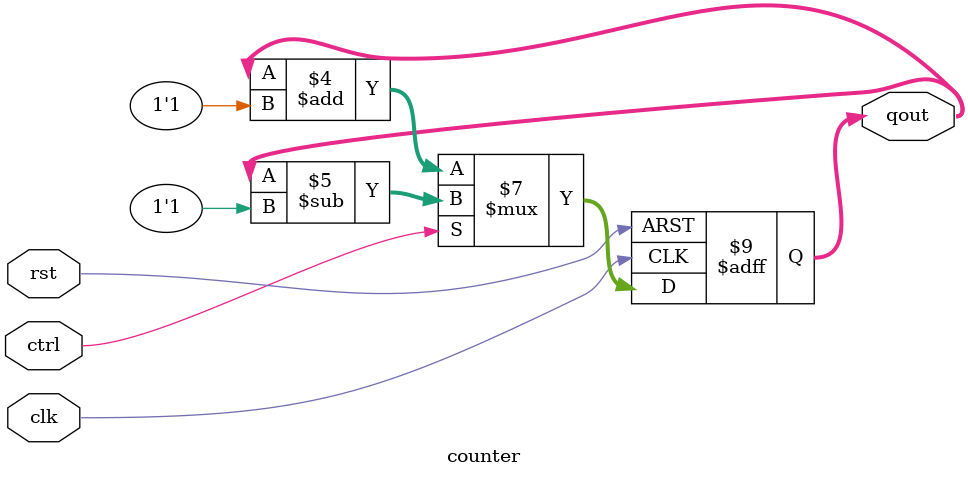
<source format=v>
module counter(clk,rst,ctrl,qout);

    input wire clk,rst,ctrl;
    output reg [2:0]qout;
    
    always @(posedge clk or negedge rst)
        if(!rst)
            qout <= 3'b000;
        else if(~ctrl)
            qout <= qout + 1'b1;
        else
            qout <= qout - 1'b1;
endmodule
</source>
